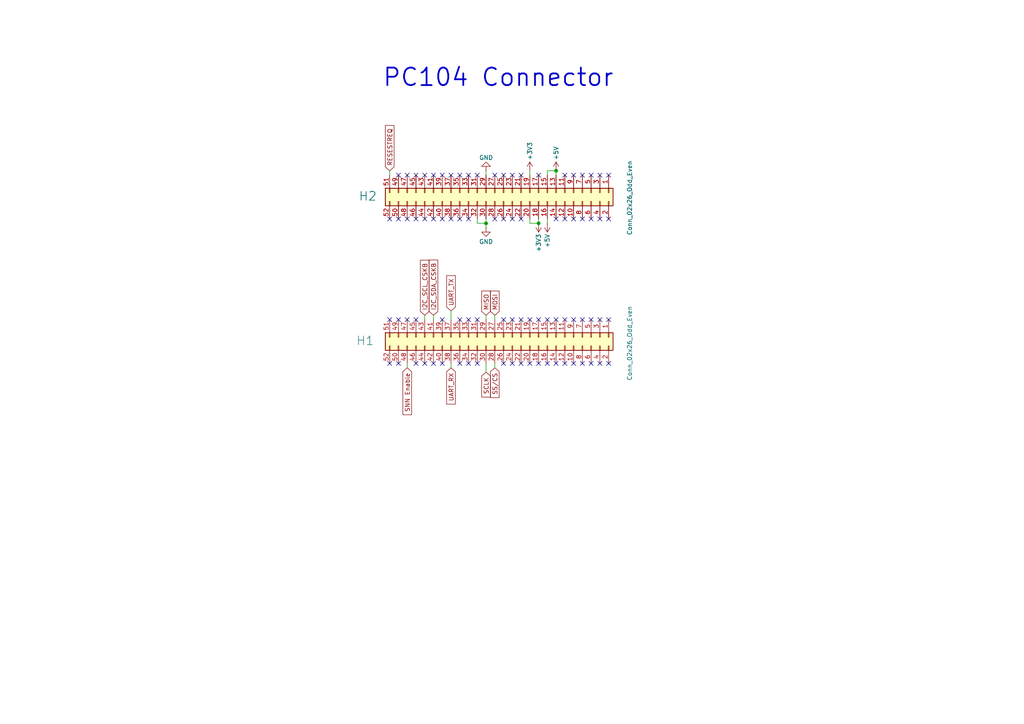
<source format=kicad_sch>
(kicad_sch (version 20250114) (generator "eeschema") (generator_version "9.0")
  (paper "A4")
  (lib_symbols
    (symbol "Connector_Generic:Conn_02x26_Odd_Even" (pin_names (offset 1.016) (hide yes))
      (property "Reference" "J" (at 1.27 33.02 0))
      (property "Value" "Conn_02x26_Odd_Even" (at 1.27 -35.56 0))
      (symbol "Conn_02x26_Odd_Even_1_1"
        (rectangle (start -1.27 31.75) (end 3.81 -34.29) (stroke (width 0.254)) (fill (type background)))
        (rectangle (start -1.27 30.607) (end 0 30.353) (stroke (width 0.1524)))
        (rectangle (start -1.27 28.067) (end 0 27.813) (stroke (width 0.1524)))
        (rectangle (start -1.27 25.527) (end 0 25.273) (stroke (width 0.1524)))
        (rectangle (start -1.27 22.987) (end 0 22.733) (stroke (width 0.1524)))
        (rectangle (start -1.27 20.447) (end 0 20.193) (stroke (width 0.1524)))
        (rectangle (start -1.27 17.907) (end 0 17.653) (stroke (width 0.1524)))
        (rectangle (start -1.27 15.367) (end 0 15.113) (stroke (width 0.1524)))
        (rectangle (start -1.27 12.827) (end 0 12.573) (stroke (width 0.1524)))
        (rectangle (start -1.27 10.287) (end 0 10.033) (stroke (width 0.1524)))
        (rectangle (start -1.27 7.747) (end 0 7.493) (stroke (width 0.1524)))
        (rectangle (start -1.27 5.207) (end 0 4.953) (stroke (width 0.1524)))
        (rectangle (start -1.27 2.667) (end 0 2.413) (stroke (width 0.1524)))
        (rectangle (start -1.27 0.127) (end 0 -0.127) (stroke (width 0.1524)))
        (rectangle (start -1.27 -2.413) (end 0 -2.667) (stroke (width 0.1524)))
        (rectangle (start -1.27 -4.953) (end 0 -5.207) (stroke (width 0.1524)))
        (rectangle (start -1.27 -7.493) (end 0 -7.747) (stroke (width 0.1524)))
        (rectangle (start -1.27 -10.033) (end 0 -10.287) (stroke (width 0.1524)))
        (rectangle (start -1.27 -12.573) (end 0 -12.827) (stroke (width 0.1524)))
        (rectangle (start -1.27 -15.113) (end 0 -15.367) (stroke (width 0.1524)))
        (rectangle (start -1.27 -17.653) (end 0 -17.907) (stroke (width 0.1524)))
        (rectangle (start -1.27 -20.193) (end 0 -20.447) (stroke (width 0.1524)))
        (rectangle (start -1.27 -22.733) (end 0 -22.987) (stroke (width 0.1524)))
        (rectangle (start -1.27 -25.273) (end 0 -25.527) (stroke (width 0.1524)))
        (rectangle (start -1.27 -27.813) (end 0 -28.067) (stroke (width 0.1524)))
        (rectangle (start -1.27 -30.353) (end 0 -30.607) (stroke (width 0.1524)))
        (rectangle (start -1.27 -32.893) (end 0 -33.147) (stroke (width 0.1524)))
        (rectangle (start 3.81 30.607) (end 2.54 30.353) (stroke (width 0.1524)))
        (rectangle (start 3.81 28.067) (end 2.54 27.813) (stroke (width 0.1524)))
        (rectangle (start 3.81 25.527) (end 2.54 25.273) (stroke (width 0.1524)))
        (rectangle (start 3.81 22.987) (end 2.54 22.733) (stroke (width 0.1524)))
        (rectangle (start 3.81 20.447) (end 2.54 20.193) (stroke (width 0.1524)))
        (rectangle (start 3.81 17.907) (end 2.54 17.653) (stroke (width 0.1524)))
        (rectangle (start 3.81 15.367) (end 2.54 15.113) (stroke (width 0.1524)))
        (rectangle (start 3.81 12.827) (end 2.54 12.573) (stroke (width 0.1524)))
        (rectangle (start 3.81 10.287) (end 2.54 10.033) (stroke (width 0.1524)))
        (rectangle (start 3.81 7.747) (end 2.54 7.493) (stroke (width 0.1524)))
        (rectangle (start 3.81 5.207) (end 2.54 4.953) (stroke (width 0.1524)))
        (rectangle (start 3.81 2.667) (end 2.54 2.413) (stroke (width 0.1524)))
        (rectangle (start 3.81 0.127) (end 2.54 -0.127) (stroke (width 0.1524)))
        (rectangle (start 3.81 -2.413) (end 2.54 -2.667) (stroke (width 0.1524)))
        (rectangle (start 3.81 -4.953) (end 2.54 -5.207) (stroke (width 0.1524)))
        (rectangle (start 3.81 -7.493) (end 2.54 -7.747) (stroke (width 0.1524)))
        (rectangle (start 3.81 -10.033) (end 2.54 -10.287) (stroke (width 0.1524)))
        (rectangle (start 3.81 -12.573) (end 2.54 -12.827) (stroke (width 0.1524)))
        (rectangle (start 3.81 -15.113) (end 2.54 -15.367) (stroke (width 0.1524)))
        (rectangle (start 3.81 -17.653) (end 2.54 -17.907) (stroke (width 0.1524)))
        (rectangle (start 3.81 -20.193) (end 2.54 -20.447) (stroke (width 0.1524)))
        (rectangle (start 3.81 -22.733) (end 2.54 -22.987) (stroke (width 0.1524)))
        (rectangle (start 3.81 -25.273) (end 2.54 -25.527) (stroke (width 0.1524)))
        (rectangle (start 3.81 -27.813) (end 2.54 -28.067) (stroke (width 0.1524)))
        (rectangle (start 3.81 -30.353) (end 2.54 -30.607) (stroke (width 0.1524)))
        (rectangle (start 3.81 -32.893) (end 2.54 -33.147) (stroke (width 0.1524)))
        (pin passive line (at -5.08 30.48 0) (length 3.81) (name "Pin_1") (number "1"))
        (pin passive line (at -5.08 27.94 0) (length 3.81) (name "Pin_3") (number "3"))
        (pin passive line (at -5.08 25.4 0) (length 3.81) (name "Pin_5") (number "5"))
        (pin passive line (at -5.08 22.86 0) (length 3.81) (name "Pin_7") (number "7"))
        (pin passive line (at -5.08 20.32 0) (length 3.81) (name "Pin_9") (number "9"))
        (pin passive line (at -5.08 17.78 0) (length 3.81) (name "Pin_11") (number "11"))
        (pin passive line (at -5.08 15.24 0) (length 3.81) (name "Pin_13") (number "13"))
        (pin passive line (at -5.08 12.7 0) (length 3.81) (name "Pin_15") (number "15"))
        (pin passive line (at -5.08 10.16 0) (length 3.81) (name "Pin_17") (number "17"))
        (pin passive line (at -5.08 7.62 0) (length 3.81) (name "Pin_19") (number "19"))
        (pin passive line (at -5.08 5.08 0) (length 3.81) (name "Pin_21") (number "21"))
        (pin passive line (at -5.08 2.54 0) (length 3.81) (name "Pin_23") (number "23"))
        (pin passive line (at -5.08 0 0) (length 3.81) (name "Pin_25") (number "25"))
        (pin passive line (at -5.08 -2.54 0) (length 3.81) (name "Pin_27") (number "27"))
        (pin passive line (at -5.08 -5.08 0) (length 3.81) (name "Pin_29") (number "29"))
        (pin passive line (at -5.08 -7.62 0) (length 3.81) (name "Pin_31") (number "31"))
        (pin passive line (at -5.08 -10.16 0) (length 3.81) (name "Pin_33") (number "33"))
        (pin passive line (at -5.08 -12.7 0) (length 3.81) (name "Pin_35") (number "35"))
        (pin passive line (at -5.08 -15.24 0) (length 3.81) (name "Pin_37") (number "37"))
        (pin passive line (at -5.08 -17.78 0) (length 3.81) (name "Pin_39") (number "39"))
        (pin passive line (at -5.08 -20.32 0) (length 3.81) (name "Pin_41") (number "41"))
        (pin passive line (at -5.08 -22.86 0) (length 3.81) (name "Pin_43") (number "43"))
        (pin passive line (at -5.08 -25.4 0) (length 3.81) (name "Pin_45") (number "45"))
        (pin passive line (at -5.08 -27.94 0) (length 3.81) (name "Pin_47") (number "47"))
        (pin passive line (at -5.08 -30.48 0) (length 3.81) (name "Pin_49") (number "49"))
        (pin passive line (at -5.08 -33.02 0) (length 3.81) (name "Pin_51") (number "51"))
        (pin passive line (at 7.62 30.48 180) (length 3.81) (name "Pin_2") (number "2"))
        (pin passive line (at 7.62 27.94 180) (length 3.81) (name "Pin_4") (number "4"))
        (pin passive line (at 7.62 25.4 180) (length 3.81) (name "Pin_6") (number "6"))
        (pin passive line (at 7.62 22.86 180) (length 3.81) (name "Pin_8") (number "8"))
        (pin passive line (at 7.62 20.32 180) (length 3.81) (name "Pin_10") (number "10"))
        (pin passive line (at 7.62 17.78 180) (length 3.81) (name "Pin_12") (number "12"))
        (pin passive line (at 7.62 15.24 180) (length 3.81) (name "Pin_14") (number "14"))
        (pin passive line (at 7.62 12.7 180) (length 3.81) (name "Pin_16") (number "16"))
        (pin passive line (at 7.62 10.16 180) (length 3.81) (name "Pin_18") (number "18"))
        (pin passive line (at 7.62 7.62 180) (length 3.81) (name "Pin_20") (number "20"))
        (pin passive line (at 7.62 5.08 180) (length 3.81) (name "Pin_22") (number "22"))
        (pin passive line (at 7.62 2.54 180) (length 3.81) (name "Pin_24") (number "24"))
        (pin passive line (at 7.62 0 180) (length 3.81) (name "Pin_26") (number "26"))
        (pin passive line (at 7.62 -2.54 180) (length 3.81) (name "Pin_28") (number "28"))
        (pin passive line (at 7.62 -5.08 180) (length 3.81) (name "Pin_30") (number "30"))
        (pin passive line (at 7.62 -7.62 180) (length 3.81) (name "Pin_32") (number "32"))
        (pin passive line (at 7.62 -10.16 180) (length 3.81) (name "Pin_34") (number "34"))
        (pin passive line (at 7.62 -12.7 180) (length 3.81) (name "Pin_36") (number "36"))
        (pin passive line (at 7.62 -15.24 180) (length 3.81) (name "Pin_38") (number "38"))
        (pin passive line (at 7.62 -17.78 180) (length 3.81) (name "Pin_40") (number "40"))
        (pin passive line (at 7.62 -20.32 180) (length 3.81) (name "Pin_42") (number "42"))
        (pin passive line (at 7.62 -22.86 180) (length 3.81) (name "Pin_44") (number "44"))
        (pin passive line (at 7.62 -25.4 180) (length 3.81) (name "Pin_46") (number "46"))
        (pin passive line (at 7.62 -27.94 180) (length 3.81) (name "Pin_48") (number "48"))
        (pin passive line (at 7.62 -30.48 180) (length 3.81) (name "Pin_50") (number "50"))
        (pin passive line (at 7.62 -33.02 180) (length 3.81) (name "Pin_52") (number "52"))
      )
    )
    (symbol "power:+3V3" (power) (pin_numbers (hide yes)) (pin_names (offset 0) (hide yes))
      (property "Value" "+3V3" (at 0 3.556 0))
      (symbol "+3V3_0_1"
        (polyline (pts (xy -0.762 1.27) (xy 0 2.54)))
        (polyline (pts (xy 0 2.54) (xy 0.762 1.27)))
        (polyline (pts (xy 0 0) (xy 0 2.54)))
      )
      (symbol "+3V3_1_1"
        (pin power_in line (at 0 0 90) (length 0) (name "~") (number "1"))
      )
    )
    (symbol "power:+5V" (power) (pin_numbers (hide yes)) (pin_names (offset 0) (hide yes))
      (property "Value" "+5V" (at 0 3.556 0))
      (symbol "+5V_0_1"
        (polyline (pts (xy -0.762 1.27) (xy 0 2.54)))
        (polyline (pts (xy 0 2.54) (xy 0.762 1.27)))
        (polyline (pts (xy 0 0) (xy 0 2.54)))
      )
      (symbol "+5V_1_1"
        (pin power_in line (at 0 0 90) (length 0) (name "~") (number "1"))
      )
    )
    (symbol "power:GND" (power) (pin_numbers (hide yes)) (pin_names (offset 0) (hide yes))
      (property "Value" "GND" (at 0 -3.81 0))
      (symbol "GND_0_1"
        (polyline (pts (xy 0 0) (xy 0 -1.27) (xy 1.27 -1.27) (xy 0 -2.54) (xy -1.27 -1.27) (xy 0 -1.27)))
      )
      (symbol "GND_1_1"
        (pin power_in line (at 0 0 270) (length 0) (name "~") (number "1"))
      )
    )
  )
  (text "PC104 Connector" (at 144.526 22.606 0) (effects (font (size 5.08 5.08) (thickness 0.508) (bold yes))))
  (junction (at 161.29 49.53))
  (junction (at 140.97 64.77))
  (junction (at 156.21 64.77))
  (no_connect (at 135.89 50.8))
  (no_connect (at 115.57 50.8))
  (no_connect (at 138.43 105.41))
  (no_connect (at 171.45 105.41))
  (no_connect (at 171.45 63.5))
  (no_connect (at 125.73 63.5))
  (no_connect (at 138.43 50.8))
  (no_connect (at 148.59 92.71))
  (no_connect (at 146.05 50.8))
  (no_connect (at 125.73 50.8))
  (no_connect (at 148.59 63.5))
  (no_connect (at 176.53 105.41))
  (no_connect (at 163.83 50.8))
  (no_connect (at 148.59 105.41))
  (no_connect (at 125.73 105.41))
  (no_connect (at 118.11 92.71))
  (no_connect (at 168.91 63.5))
  (no_connect (at 115.57 92.71))
  (no_connect (at 166.37 63.5))
  (no_connect (at 120.65 105.41))
  (no_connect (at 151.13 105.41))
  (no_connect (at 158.75 92.71))
  (no_connect (at 168.91 92.71))
  (no_connect (at 156.21 50.8))
  (no_connect (at 123.19 105.41))
  (no_connect (at 148.59 50.8))
  (no_connect (at 171.45 92.71))
  (no_connect (at 135.89 63.5))
  (no_connect (at 163.83 92.71))
  (no_connect (at 151.13 50.8))
  (no_connect (at 153.67 92.71))
  (no_connect (at 138.43 92.71))
  (no_connect (at 163.83 105.41))
  (no_connect (at 173.99 63.5))
  (no_connect (at 128.27 92.71))
  (no_connect (at 130.81 63.5))
  (no_connect (at 176.53 92.71))
  (no_connect (at 163.83 63.5))
  (no_connect (at 173.99 50.8))
  (no_connect (at 176.53 50.8))
  (no_connect (at 146.05 105.41))
  (no_connect (at 156.21 92.71))
  (no_connect (at 135.89 105.41))
  (no_connect (at 173.99 92.71))
  (no_connect (at 171.45 50.8))
  (no_connect (at 161.29 92.71))
  (no_connect (at 173.99 105.41))
  (no_connect (at 146.05 92.71))
  (no_connect (at 128.27 63.5))
  (no_connect (at 120.65 63.5))
  (no_connect (at 115.57 105.41))
  (no_connect (at 161.29 105.41))
  (no_connect (at 128.27 50.8))
  (no_connect (at 120.65 50.8))
  (no_connect (at 146.05 63.5))
  (no_connect (at 151.13 92.71))
  (no_connect (at 166.37 105.41))
  (no_connect (at 133.35 63.5))
  (no_connect (at 168.91 50.8))
  (no_connect (at 143.51 63.5))
  (no_connect (at 133.35 105.41))
  (no_connect (at 118.11 63.5))
  (no_connect (at 115.57 63.5))
  (no_connect (at 153.67 105.41))
  (no_connect (at 118.11 50.8))
  (no_connect (at 113.03 105.41))
  (no_connect (at 168.91 105.41))
  (no_connect (at 123.19 50.8))
  (no_connect (at 143.51 50.8))
  (no_connect (at 166.37 92.71))
  (no_connect (at 166.37 50.8))
  (no_connect (at 123.19 63.5))
  (no_connect (at 158.75 105.41))
  (no_connect (at 113.03 92.71))
  (no_connect (at 161.29 63.5))
  (no_connect (at 176.53 63.5))
  (no_connect (at 113.03 63.5))
  (no_connect (at 135.89 92.71))
  (no_connect (at 128.27 105.41))
  (no_connect (at 156.21 105.41))
  (no_connect (at 151.13 63.5))
  (no_connect (at 133.35 92.71))
  (no_connect (at 130.81 50.8))
  (no_connect (at 120.65 92.71))
  (no_connect (at 133.35 50.8))
  (wire (pts (xy 158.75 63.5) (xy 158.75 64.77)))
  (wire (pts (xy 113.03 49.53) (xy 113.03 50.8)))
  (wire (pts (xy 156.21 64.77) (xy 156.21 63.5)))
  (wire (pts (xy 138.43 64.77) (xy 138.43 63.5)))
  (wire (pts (xy 153.67 64.77) (xy 153.67 63.5)))
  (wire (pts (xy 140.97 107.95) (xy 140.97 105.41)))
  (wire (pts (xy 125.73 91.44) (xy 125.73 92.71)))
  (wire (pts (xy 143.51 106.68) (xy 143.51 105.41)))
  (wire (pts (xy 161.29 49.53) (xy 158.75 49.53)))
  (wire (pts (xy 140.97 91.44) (xy 140.97 92.71)))
  (wire (pts (xy 158.75 49.53) (xy 158.75 50.8)))
  (wire (pts (xy 161.29 49.53) (xy 161.29 50.8)))
  (wire (pts (xy 130.81 90.17) (xy 130.81 92.71)))
  (wire (pts (xy 156.21 64.77) (xy 153.67 64.77)))
  (wire (pts (xy 118.11 106.68) (xy 118.11 105.41)))
  (wire (pts (xy 130.81 106.68) (xy 130.81 105.41)))
  (wire (pts (xy 123.19 91.44) (xy 123.19 92.71)))
  (wire (pts (xy 140.97 49.53) (xy 140.97 50.8)))
  (wire (pts (xy 153.67 49.53) (xy 153.67 50.8)))
  (wire (pts (xy 140.97 66.04) (xy 140.97 64.77)))
  (wire (pts (xy 143.51 91.44) (xy 143.51 92.71)))
  (wire (pts (xy 140.97 64.77) (xy 140.97 63.5)))
  (wire (pts (xy 140.97 64.77) (xy 138.43 64.77)))
  (global_label "I2C_SCL_CSKB" (shape input) (at 123.19 91.44 90) (property "Intersheetrefs" "${INTERSHEET_REFS}" (effects (hide yes))))
  (global_label "MOSI" (shape input) (at 143.51 91.44 90) (property "Intersheetrefs" "${INTERSHEET_REFS}" (effects (hide yes))))
  (global_label "I2C_SDA_CSKB" (shape input) (at 125.73 91.44 90) (property "Intersheetrefs" "${INTERSHEET_REFS}" (effects (hide yes))))
  (global_label "RESESTREQ" (shape input) (at 113.03 49.53 90) (property "Intersheetrefs" "${INTERSHEET_REFS}" (effects (hide yes))))
  (global_label "UART_RX" (shape input) (at 130.81 106.68 270) (property "Intersheetrefs" "${INTERSHEET_REFS}" (effects (hide yes))))
  (global_label "UART_TX" (shape input) (at 130.81 90.17 90) (property "Intersheetrefs" "${INTERSHEET_REFS}" (effects (hide yes))))
  (global_label "SNN Enable" (shape input) (at 118.11 106.68 270) (property "Intersheetrefs" "${INTERSHEET_REFS}" (effects (hide yes))))
  (global_label "SCLK" (shape input) (at 140.97 107.95 270) (property "Intersheetrefs" "${INTERSHEET_REFS}" (effects (hide yes))))
  (global_label "MISO" (shape input) (at 140.97 91.44 90) (property "Intersheetrefs" "${INTERSHEET_REFS}" (effects (hide yes))))
  (global_label "SS{slash}CS" (shape input) (at 143.51 106.68 270) (property "Intersheetrefs" "${INTERSHEET_REFS}" (effects (hide yes))))
  (symbol (lib_id "power:GND") (at 140.97 66.04 0) (unit 1)
    (property "Reference" "#PWR09" (effects (hide yes)))
    (property "Value" "GND" (at 140.97 70.104 0))
    (property "Description" "Power symbol creates a global label with name \"GND\" , ground" (effects (hide yes)))
  )
  (symbol (lib_id "power:+3V3") (at 153.67 49.53 0) (unit 1)
    (property "Reference" "#PWR04" (effects (hide yes)))
    (property "Value" "+3V3" (at 153.67 46.482 90) (effects (justify left)))
    (property "Description" "Power symbol creates a global label with name \"+3V3\"" (effects (hide yes)))
  )
  (symbol (lib_id "power:+3V3") (at 156.21 64.77 180) (unit 1)
    (property "Reference" "#PWR03" (effects (hide yes)))
    (property "Value" "+3V3" (at 156.21 67.818 90) (effects (justify left)))
    (property "Description" "Power symbol creates a global label with name \"+3V3\"" (effects (hide yes)))
  )
  (symbol (lib_id "power:+5V") (at 158.75 64.77 180) (unit 1)
    (property "Reference" "#PWR02" (effects (hide yes)))
    (property "Value" "+5V" (at 158.75 69.85 90))
    (property "Description" "Power symbol creates a global label with name \"+5V\"" (effects (hide yes)))
  )
  (symbol (lib_id "power:GND") (at 140.97 49.53 180) (unit 1)
    (property "Reference" "#PWR08" (effects (hide yes)))
    (property "Value" "GND" (at 138.938 45.72 0) (effects (justify right)))
    (property "Description" "Power symbol creates a global label with name \"GND\" , ground" (effects (hide yes)))
  )
  (symbol (lib_id "Connector_Generic:Conn_02x26_Odd_Even") (at 146.05 97.79 270) (unit 1)
    (property "Reference" "H1" (at 105.918 98.806 90) (effects (font (size 2.54 2.54))))
    (property "Value" "Conn_02x26_Odd_Even" (at 182.626 99.568 0))
    (property "Footprint" "adapter:RHDR52W64P254_2X26_6654X495X1135P" (effects (hide yes)))
    (property "Description" "Generic connector, double row, 02x26, odd/even pin numbering scheme (row 1 odd numbers, row 2 even numbers), script generated (kicad-library-utils/schlib/autogen/connector/)" (effects (hide yes)))
  )
  (symbol (lib_id "power:+5V") (at 161.29 49.53 0) (unit 1)
    (property "Reference" "#PWR01" (effects (hide yes)))
    (property "Value" "+5V" (at 161.29 44.45 90))
    (property "Description" "Power symbol creates a global label with name \"+5V\"" (effects (hide yes)))
  )
  (symbol (lib_id "Connector_Generic:Conn_02x26_Odd_Even") (at 146.05 55.88 270) (unit 1)
    (property "Reference" "H2" (at 106.68 56.896 90) (effects (font (size 2.54 2.54))))
    (property "Value" "Conn_02x26_Odd_Even" (at 182.626 57.404 0))
    (property "Footprint" "adapter:RHDR52W64P254_2X26_6654X495X1135P" (effects (hide yes)))
    (property "Description" "Generic connector, double row, 02x26, odd/even pin numbering scheme (row 1 odd numbers, row 2 even numbers), script generated (kicad-library-utils/schlib/autogen/connector/)" (effects (hide yes)))
  )
)
</source>
